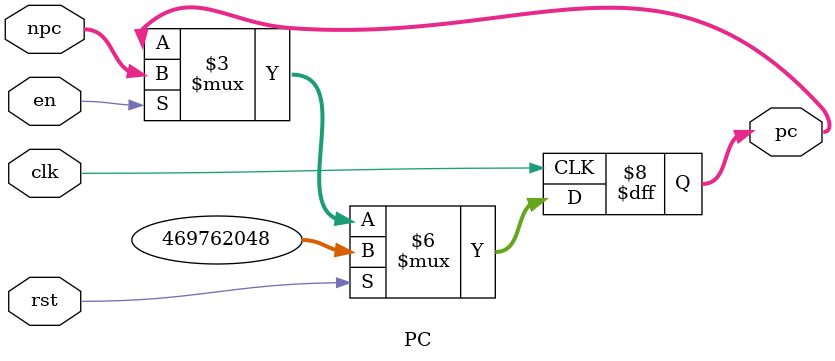
<source format=v>

`define BEGIN_ADDR 32'h1C00_0000

module PC (
    input                   [ 0 : 0]            clk,
    input                   [ 0 : 0]            rst,
    input                   [ 0 : 0]            en,
    input                   [31 : 0]            npc,

    output      reg         [31 : 0]            pc
);
always @(posedge clk) begin
    if(rst)
        pc <= `BEGIN_ADDR;
    else if(en)
        pc <= npc;
    else
        pc <= pc;
end
endmodule


</source>
